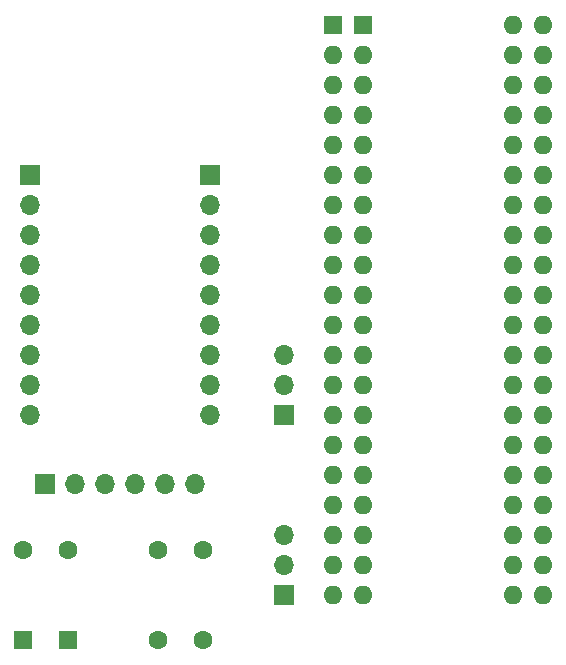
<source format=gbr>
%TF.GenerationSoftware,KiCad,Pcbnew,(6.0.11-0)*%
%TF.CreationDate,2023-02-12T20:14:34-08:00*%
%TF.ProjectId,nabu-ftdi-serial,6e616275-2d66-4746-9469-2d7365726961,1.0*%
%TF.SameCoordinates,Original*%
%TF.FileFunction,Soldermask,Bot*%
%TF.FilePolarity,Negative*%
%FSLAX46Y46*%
G04 Gerber Fmt 4.6, Leading zero omitted, Abs format (unit mm)*
G04 Created by KiCad (PCBNEW (6.0.11-0)) date 2023-02-12 20:14:34*
%MOMM*%
%LPD*%
G01*
G04 APERTURE LIST*
%ADD10R,1.700000X1.700000*%
%ADD11O,1.700000X1.700000*%
%ADD12R,1.600000X1.600000*%
%ADD13O,1.600000X1.600000*%
%ADD14C,1.600000*%
G04 APERTURE END LIST*
D10*
%TO.C,J3*%
X130048000Y-71873949D03*
D11*
X130048000Y-74413949D03*
X130048000Y-76953949D03*
X130048000Y-79493949D03*
X130048000Y-82033949D03*
X130048000Y-84573949D03*
X130048000Y-87113949D03*
X130048000Y-89653949D03*
X130048000Y-92193949D03*
%TD*%
D10*
%TO.C,JP2*%
X151511000Y-92183949D03*
D11*
X151511000Y-89643949D03*
X151511000Y-87103949D03*
%TD*%
D12*
%TO.C,U1*%
X155683949Y-59213949D03*
D13*
X155683949Y-61753949D03*
X155683949Y-64293949D03*
X155683949Y-66833949D03*
X155683949Y-69373949D03*
X155683949Y-71913949D03*
X155683949Y-74453949D03*
X155683949Y-76993949D03*
X155683949Y-79533949D03*
X155683949Y-82073949D03*
X155683949Y-84613949D03*
X155683949Y-87153949D03*
X155683949Y-89693949D03*
X155683949Y-92233949D03*
X155683949Y-94773949D03*
X155683949Y-97313949D03*
X155683949Y-99853949D03*
X155683949Y-102393949D03*
X155683949Y-104933949D03*
X155683949Y-107473949D03*
X170923949Y-107473949D03*
X170923949Y-104933949D03*
X170923949Y-102393949D03*
X170923949Y-99853949D03*
X170923949Y-97313949D03*
X170923949Y-94773949D03*
X170923949Y-92233949D03*
X170923949Y-89693949D03*
X170923949Y-87153949D03*
X170923949Y-84613949D03*
X170923949Y-82073949D03*
X170923949Y-79533949D03*
X170923949Y-76993949D03*
X170923949Y-74453949D03*
X170923949Y-71913949D03*
X170923949Y-69373949D03*
X170923949Y-66833949D03*
X170923949Y-64293949D03*
X170923949Y-61753949D03*
X170923949Y-59213949D03*
%TD*%
D10*
%TO.C,JP1*%
X151511000Y-107423949D03*
D11*
X151511000Y-104883949D03*
X151511000Y-102343949D03*
%TD*%
D12*
%TO.C,J1*%
X158223949Y-59163949D03*
D13*
X158223949Y-61703949D03*
X158223949Y-64243949D03*
X158223949Y-66783949D03*
X158223949Y-69323949D03*
X158223949Y-71863949D03*
X158223949Y-74403949D03*
X158223949Y-76943949D03*
X158223949Y-79483949D03*
X158223949Y-82023949D03*
X158223949Y-84563949D03*
X158223949Y-87103949D03*
X158223949Y-89643949D03*
X158223949Y-92183949D03*
X158223949Y-94723949D03*
X158223949Y-97263949D03*
X158223949Y-99803949D03*
X158223949Y-102343949D03*
X158223949Y-104883949D03*
X158223949Y-107423949D03*
X173463949Y-107423949D03*
X173463949Y-104883949D03*
X173463949Y-102343949D03*
X173463949Y-99803949D03*
X173463949Y-97263949D03*
X173463949Y-94723949D03*
X173463949Y-92183949D03*
X173463949Y-89643949D03*
X173463949Y-87103949D03*
X173463949Y-84563949D03*
X173463949Y-82023949D03*
X173463949Y-79483949D03*
X173463949Y-76943949D03*
X173463949Y-74403949D03*
X173463949Y-71863949D03*
X173463949Y-69323949D03*
X173463949Y-66783949D03*
X173463949Y-64243949D03*
X173463949Y-61703949D03*
X173463949Y-59163949D03*
%TD*%
D10*
%TO.C,J2*%
X131318000Y-98053949D03*
D11*
X133858000Y-98053949D03*
X136398000Y-98053949D03*
X138938000Y-98053949D03*
X141478000Y-98053949D03*
X144018000Y-98053949D03*
%TD*%
D12*
%TO.C,X1*%
X133223000Y-111233949D03*
D14*
X140843000Y-111233949D03*
X140843000Y-103613949D03*
X133223000Y-103613949D03*
%TD*%
D12*
%TO.C,X2*%
X129413000Y-111233949D03*
D14*
X144653000Y-111233949D03*
X144653000Y-103613949D03*
X129413000Y-103613949D03*
%TD*%
D10*
%TO.C,J4*%
X145288000Y-71863949D03*
D11*
X145288000Y-74403949D03*
X145288000Y-76943949D03*
X145288000Y-79483949D03*
X145288000Y-82023949D03*
X145288000Y-84563949D03*
X145288000Y-87103949D03*
X145288000Y-89643949D03*
X145288000Y-92183949D03*
%TD*%
M02*

</source>
